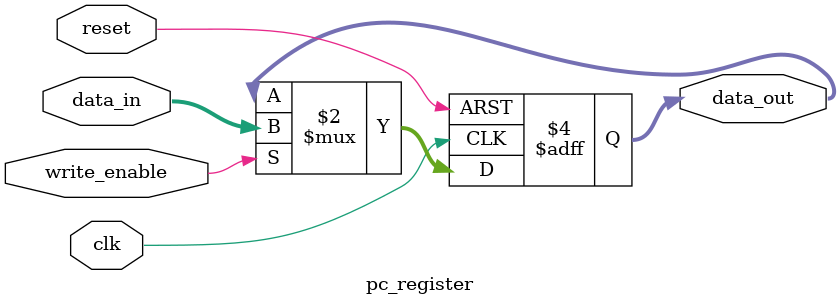
<source format=v>

module pc_register(
    input             write_enable,
    input             clk,
    input             reset,
    input      [31:0] data_in,
    output reg [31:0] data_out
);

// TODO: check for clock
always @(posedge clk or posedge reset) begin
    if(reset)
        data_out <= 32'h00000000;
    else if(write_enable)
        data_out <= data_in;
end

endmodule
</source>
